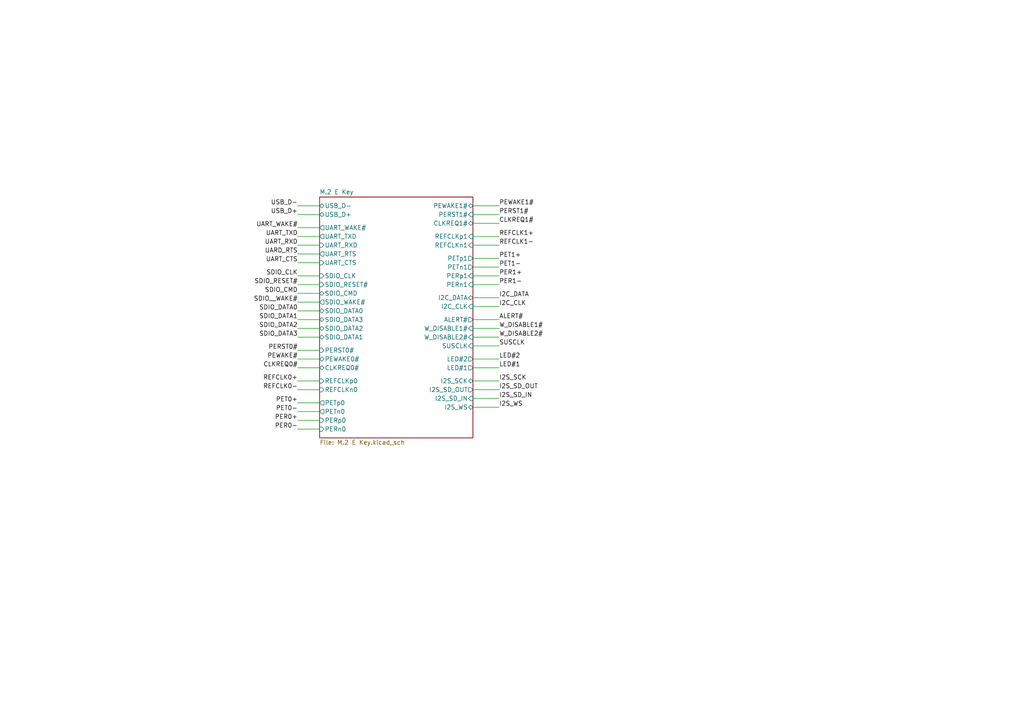
<source format=kicad_sch>
(kicad_sch
	(version 20250114)
	(generator "eeschema")
	(generator_version "9.0")
	(uuid "2eb16b5c-1f76-4937-a79c-88998ef8d219")
	(paper "A4")
	(lib_symbols)
	(wire
		(pts
			(xy 86.36 71.12) (xy 92.71 71.12)
		)
		(stroke
			(width 0)
			(type default)
		)
		(uuid "020a67de-6cb3-43be-9823-e3fd4e39e600")
	)
	(wire
		(pts
			(xy 86.36 73.66) (xy 92.71 73.66)
		)
		(stroke
			(width 0)
			(type default)
		)
		(uuid "03bca1f8-c5b7-4aeb-b21d-f546f83e2e2f")
	)
	(wire
		(pts
			(xy 137.16 92.71) (xy 144.78 92.71)
		)
		(stroke
			(width 0)
			(type default)
		)
		(uuid "04f8e32a-40dd-4ada-942e-c98ae0c65e8b")
	)
	(wire
		(pts
			(xy 137.16 118.11) (xy 144.78 118.11)
		)
		(stroke
			(width 0)
			(type default)
		)
		(uuid "05670863-7ed0-4ef4-8ef3-a5bb51f04a50")
	)
	(wire
		(pts
			(xy 137.16 59.69) (xy 144.78 59.69)
		)
		(stroke
			(width 0)
			(type default)
		)
		(uuid "188ad7f3-406c-4a48-8ae5-d5bf72e18647")
	)
	(wire
		(pts
			(xy 137.16 74.93) (xy 144.78 74.93)
		)
		(stroke
			(width 0)
			(type default)
		)
		(uuid "202784c7-c5a5-4cce-99bf-d5017e5faa13")
	)
	(wire
		(pts
			(xy 86.36 121.92) (xy 92.71 121.92)
		)
		(stroke
			(width 0)
			(type default)
		)
		(uuid "23c091b5-1e32-41a3-b2b1-993b91b86ebe")
	)
	(wire
		(pts
			(xy 86.36 66.04) (xy 92.71 66.04)
		)
		(stroke
			(width 0)
			(type default)
		)
		(uuid "2691faee-3b89-4910-bbee-c081a8c9b5b9")
	)
	(wire
		(pts
			(xy 86.36 119.38) (xy 92.71 119.38)
		)
		(stroke
			(width 0)
			(type default)
		)
		(uuid "2a634898-b73e-4011-8dbc-1be92b214c6a")
	)
	(wire
		(pts
			(xy 137.16 95.25) (xy 144.78 95.25)
		)
		(stroke
			(width 0)
			(type default)
		)
		(uuid "2c9bf701-9f55-417c-a34b-1e3a0dbf3d1c")
	)
	(wire
		(pts
			(xy 137.16 64.77) (xy 144.78 64.77)
		)
		(stroke
			(width 0)
			(type default)
		)
		(uuid "3346097f-01f6-417d-9601-7cb9793b91b5")
	)
	(wire
		(pts
			(xy 137.16 110.49) (xy 144.78 110.49)
		)
		(stroke
			(width 0)
			(type default)
		)
		(uuid "36b159cb-f00b-47fb-b644-ba9898128e46")
	)
	(wire
		(pts
			(xy 137.16 97.79) (xy 144.78 97.79)
		)
		(stroke
			(width 0)
			(type default)
		)
		(uuid "38b3e483-77f2-4bc8-a488-b6563209741b")
	)
	(wire
		(pts
			(xy 86.36 76.2) (xy 92.71 76.2)
		)
		(stroke
			(width 0)
			(type default)
		)
		(uuid "46bd04e2-8106-4600-8d83-6b746a6a9424")
	)
	(wire
		(pts
			(xy 137.16 77.47) (xy 144.78 77.47)
		)
		(stroke
			(width 0)
			(type default)
		)
		(uuid "48273aa0-4020-4b24-b34c-4800bc42fe07")
	)
	(wire
		(pts
			(xy 86.36 97.79) (xy 92.71 97.79)
		)
		(stroke
			(width 0)
			(type default)
		)
		(uuid "55c2cc21-d969-4283-bec7-6467443695c8")
	)
	(wire
		(pts
			(xy 137.16 104.14) (xy 144.78 104.14)
		)
		(stroke
			(width 0)
			(type default)
		)
		(uuid "63e9fd4a-55fa-471b-9218-d884898f5638")
	)
	(wire
		(pts
			(xy 137.16 71.12) (xy 144.78 71.12)
		)
		(stroke
			(width 0)
			(type default)
		)
		(uuid "65cfc91b-86be-4abc-854a-0656acfbfaef")
	)
	(wire
		(pts
			(xy 137.16 106.68) (xy 144.78 106.68)
		)
		(stroke
			(width 0)
			(type default)
		)
		(uuid "6a1b7c0b-ae86-40e4-94b9-dede95bd4835")
	)
	(wire
		(pts
			(xy 86.36 101.6) (xy 92.71 101.6)
		)
		(stroke
			(width 0)
			(type default)
		)
		(uuid "6b846997-3582-4fd4-b502-a49a195d8228")
	)
	(wire
		(pts
			(xy 86.36 95.25) (xy 92.71 95.25)
		)
		(stroke
			(width 0)
			(type default)
		)
		(uuid "71561b5c-1ffd-4370-a5f7-c4f12c734189")
	)
	(wire
		(pts
			(xy 86.36 82.55) (xy 92.71 82.55)
		)
		(stroke
			(width 0)
			(type default)
		)
		(uuid "7a6ed615-22ae-4571-8643-f87e3af347c6")
	)
	(wire
		(pts
			(xy 137.16 68.58) (xy 144.78 68.58)
		)
		(stroke
			(width 0)
			(type default)
		)
		(uuid "7c7cf1d1-6ed9-4232-b1a3-84bf2972a6c5")
	)
	(wire
		(pts
			(xy 137.16 115.57) (xy 144.78 115.57)
		)
		(stroke
			(width 0)
			(type default)
		)
		(uuid "7f07c83e-2b7a-40e9-a416-7bf43c3817fe")
	)
	(wire
		(pts
			(xy 86.36 113.03) (xy 92.71 113.03)
		)
		(stroke
			(width 0)
			(type default)
		)
		(uuid "829e2e05-48ea-4b6f-b871-a1594233d67c")
	)
	(wire
		(pts
			(xy 137.16 113.03) (xy 144.78 113.03)
		)
		(stroke
			(width 0)
			(type default)
		)
		(uuid "89953419-d634-4acf-bcf9-2d822f9acae4")
	)
	(wire
		(pts
			(xy 137.16 100.33) (xy 144.78 100.33)
		)
		(stroke
			(width 0)
			(type default)
		)
		(uuid "935d2c4f-7467-449c-bd9e-f26eb11405ea")
	)
	(wire
		(pts
			(xy 86.36 59.69) (xy 92.71 59.69)
		)
		(stroke
			(width 0)
			(type default)
		)
		(uuid "99f9d5b8-ee83-4bed-96a4-1bcca8297af5")
	)
	(wire
		(pts
			(xy 137.16 80.01) (xy 144.78 80.01)
		)
		(stroke
			(width 0)
			(type default)
		)
		(uuid "9dc932bd-394e-4664-8460-cf7729459634")
	)
	(wire
		(pts
			(xy 86.36 80.01) (xy 92.71 80.01)
		)
		(stroke
			(width 0)
			(type default)
		)
		(uuid "9e900947-2168-43b3-a17d-ed34e97689d1")
	)
	(wire
		(pts
			(xy 86.36 92.71) (xy 92.71 92.71)
		)
		(stroke
			(width 0)
			(type default)
		)
		(uuid "afa958a1-3ddd-42a1-90b5-3d64c81805a1")
	)
	(wire
		(pts
			(xy 137.16 86.36) (xy 144.78 86.36)
		)
		(stroke
			(width 0)
			(type default)
		)
		(uuid "afe38f15-7a3a-44e5-981d-d8f14a886cb5")
	)
	(wire
		(pts
			(xy 137.16 82.55) (xy 144.78 82.55)
		)
		(stroke
			(width 0)
			(type default)
		)
		(uuid "c3f3c29e-4abc-4e55-b7ee-6cfd6c987829")
	)
	(wire
		(pts
			(xy 86.36 106.68) (xy 92.71 106.68)
		)
		(stroke
			(width 0)
			(type default)
		)
		(uuid "cbe959b5-8a63-49da-a09c-c761d282f628")
	)
	(wire
		(pts
			(xy 86.36 116.84) (xy 92.71 116.84)
		)
		(stroke
			(width 0)
			(type default)
		)
		(uuid "cd180b64-8f95-44d9-9aab-11214a5648e9")
	)
	(wire
		(pts
			(xy 86.36 87.63) (xy 92.71 87.63)
		)
		(stroke
			(width 0)
			(type default)
		)
		(uuid "ceae2e75-81d4-4ada-a065-73c5b0bbb4e5")
	)
	(wire
		(pts
			(xy 86.36 62.23) (xy 92.71 62.23)
		)
		(stroke
			(width 0)
			(type default)
		)
		(uuid "e012c22c-6088-406d-9826-e45a724f431e")
	)
	(wire
		(pts
			(xy 86.36 85.09) (xy 92.71 85.09)
		)
		(stroke
			(width 0)
			(type default)
		)
		(uuid "e0f8ab67-03ef-435a-8008-71385523eb55")
	)
	(wire
		(pts
			(xy 137.16 62.23) (xy 144.78 62.23)
		)
		(stroke
			(width 0)
			(type default)
		)
		(uuid "eb54768b-8802-445a-8831-7a16955e08fd")
	)
	(wire
		(pts
			(xy 137.16 88.9) (xy 144.78 88.9)
		)
		(stroke
			(width 0)
			(type default)
		)
		(uuid "f4a1996d-fd94-49c4-8490-3302b42a4c8e")
	)
	(wire
		(pts
			(xy 86.36 68.58) (xy 92.71 68.58)
		)
		(stroke
			(width 0)
			(type default)
		)
		(uuid "f4b84f38-18f8-4fa0-b00c-0aa67540d8e9")
	)
	(wire
		(pts
			(xy 86.36 124.46) (xy 92.71 124.46)
		)
		(stroke
			(width 0)
			(type default)
		)
		(uuid "f647622f-aa42-4e4e-913d-ed3dbafe9b05")
	)
	(wire
		(pts
			(xy 86.36 110.49) (xy 92.71 110.49)
		)
		(stroke
			(width 0)
			(type default)
		)
		(uuid "f81eb84e-7720-43c6-bfbf-2bafc562c911")
	)
	(wire
		(pts
			(xy 86.36 104.14) (xy 92.71 104.14)
		)
		(stroke
			(width 0)
			(type default)
		)
		(uuid "fafbb61d-5a8c-40e9-981b-093d88bee835")
	)
	(wire
		(pts
			(xy 86.36 90.17) (xy 92.71 90.17)
		)
		(stroke
			(width 0)
			(type default)
		)
		(uuid "ff341c7c-acfe-4127-98d1-1bde88196422")
	)
	(label "PER1-"
		(at 144.78 82.55 0)
		(effects
			(font
				(size 1.27 1.27)
			)
			(justify left bottom)
		)
		(uuid "01b4b485-86e3-4625-847a-b548297985d9")
	)
	(label "PET1-"
		(at 144.78 77.47 0)
		(effects
			(font
				(size 1.27 1.27)
			)
			(justify left bottom)
		)
		(uuid "048255ca-5a1c-4e4d-8e49-dc06c54a2ae2")
	)
	(label "ALERT#"
		(at 144.78 92.71 0)
		(effects
			(font
				(size 1.27 1.27)
			)
			(justify left bottom)
		)
		(uuid "0ee1ebcc-f0e3-4676-a1e2-f60abdbca5c0")
	)
	(label "PER0-"
		(at 86.36 124.46 180)
		(effects
			(font
				(size 1.27 1.27)
			)
			(justify right bottom)
		)
		(uuid "14d1823e-aace-4f18-8bf4-e18a8fa65004")
	)
	(label "I2S_SD_IN"
		(at 144.78 115.57 0)
		(effects
			(font
				(size 1.27 1.27)
			)
			(justify left bottom)
		)
		(uuid "16269918-3878-4d10-be7b-37d897302456")
	)
	(label "I2S_SCK"
		(at 144.78 110.49 0)
		(effects
			(font
				(size 1.27 1.27)
			)
			(justify left bottom)
		)
		(uuid "184ee608-4684-40f4-b345-de97512bd22d")
	)
	(label "SDIO_CMD"
		(at 86.36 85.09 180)
		(effects
			(font
				(size 1.27 1.27)
			)
			(justify right bottom)
		)
		(uuid "1871b0eb-dcfb-4e63-b747-70e86d0dcbb3")
	)
	(label "PET0+"
		(at 86.36 116.84 180)
		(effects
			(font
				(size 1.27 1.27)
			)
			(justify right bottom)
		)
		(uuid "1c02d801-4f5a-4674-ac0e-93db495c5e7d")
	)
	(label "LED#1"
		(at 144.78 106.68 0)
		(effects
			(font
				(size 1.27 1.27)
			)
			(justify left bottom)
		)
		(uuid "210ade33-c72e-44de-960a-16b528f0f1e0")
	)
	(label "UART_CTS"
		(at 86.36 76.2 180)
		(effects
			(font
				(size 1.27 1.27)
			)
			(justify right bottom)
		)
		(uuid "33b4c5e4-17f5-4ca9-a4f7-8df0c6ed51f9")
	)
	(label "W_DISABLE2#"
		(at 144.78 97.79 0)
		(effects
			(font
				(size 1.27 1.27)
			)
			(justify left bottom)
		)
		(uuid "352c9350-37d4-48f8-86dc-751d280786c9")
	)
	(label "I2S_WS"
		(at 144.78 118.11 0)
		(effects
			(font
				(size 1.27 1.27)
			)
			(justify left bottom)
		)
		(uuid "3b6ab9fd-30ec-443c-bb29-4ce80e112aaf")
	)
	(label "SDIO_DATA0"
		(at 86.36 90.17 180)
		(effects
			(font
				(size 1.27 1.27)
			)
			(justify right bottom)
		)
		(uuid "42eac68b-d797-4b1c-b5af-e7151a03c868")
	)
	(label "SDIO_RESET#"
		(at 86.36 82.55 180)
		(effects
			(font
				(size 1.27 1.27)
			)
			(justify right bottom)
		)
		(uuid "44d7f0bb-ebe6-459e-b999-7901e4e2cafb")
	)
	(label "USB_D+"
		(at 86.36 62.23 180)
		(effects
			(font
				(size 1.27 1.27)
			)
			(justify right bottom)
		)
		(uuid "4e4d4e60-dacf-4040-b050-9ebed5e3fecf")
	)
	(label "PEWAKE1#"
		(at 144.78 59.69 0)
		(effects
			(font
				(size 1.27 1.27)
			)
			(justify left bottom)
		)
		(uuid "4eadc58f-5478-4ad8-8aec-ba205454f5ae")
	)
	(label "UART_TXD"
		(at 86.36 68.58 180)
		(effects
			(font
				(size 1.27 1.27)
			)
			(justify right bottom)
		)
		(uuid "5455bca4-c00f-42a7-8fef-6920e744ca88")
	)
	(label "REFCLK0-"
		(at 86.36 113.03 180)
		(effects
			(font
				(size 1.27 1.27)
			)
			(justify right bottom)
		)
		(uuid "594e41a3-0937-4689-bc92-8eacf9c063eb")
	)
	(label "I2S_SD_OUT"
		(at 144.78 113.03 0)
		(effects
			(font
				(size 1.27 1.27)
			)
			(justify left bottom)
		)
		(uuid "5abafa62-faed-46b6-adc9-5b8f75eb0a45")
	)
	(label "PET0-"
		(at 86.36 119.38 180)
		(effects
			(font
				(size 1.27 1.27)
			)
			(justify right bottom)
		)
		(uuid "684bedd1-6f75-42e2-ad40-7ad951d4d51c")
	)
	(label "SDIO_DATA2"
		(at 86.36 95.25 180)
		(effects
			(font
				(size 1.27 1.27)
			)
			(justify right bottom)
		)
		(uuid "6a0c938b-6916-4fbb-bc05-ba092ea2787c")
	)
	(label "PEWAKE#"
		(at 86.36 104.14 180)
		(effects
			(font
				(size 1.27 1.27)
			)
			(justify right bottom)
		)
		(uuid "6c3c58b2-d11f-4686-add7-6ba8da086088")
	)
	(label "W_DISABLE1#"
		(at 144.78 95.25 0)
		(effects
			(font
				(size 1.27 1.27)
			)
			(justify left bottom)
		)
		(uuid "6dfee52e-ba0e-4c28-9b81-2920ca2f9f7b")
	)
	(label "PERST1#"
		(at 144.78 62.23 0)
		(effects
			(font
				(size 1.27 1.27)
			)
			(justify left bottom)
		)
		(uuid "75e6d06d-018e-4cc8-befb-5da6347371e1")
	)
	(label "SUSCLK"
		(at 144.78 100.33 0)
		(effects
			(font
				(size 1.27 1.27)
			)
			(justify left bottom)
		)
		(uuid "781c52ab-34ea-43fd-aa06-9d1f87fca3da")
	)
	(label "CLKREQ1#"
		(at 144.78 64.77 0)
		(effects
			(font
				(size 1.27 1.27)
			)
			(justify left bottom)
		)
		(uuid "8498417d-50fe-4ea0-8de0-cc9a1ec02bc9")
	)
	(label "I2C_CLK"
		(at 144.78 88.9 0)
		(effects
			(font
				(size 1.27 1.27)
			)
			(justify left bottom)
		)
		(uuid "84f8522b-9245-49e5-bf6d-fb73725109bf")
	)
	(label "PER0+"
		(at 86.36 121.92 180)
		(effects
			(font
				(size 1.27 1.27)
			)
			(justify right bottom)
		)
		(uuid "87e2a930-4aaa-4936-8a7e-4060190aecb3")
	)
	(label "SDIO__WAKE#"
		(at 86.36 87.63 180)
		(effects
			(font
				(size 1.27 1.27)
			)
			(justify right bottom)
		)
		(uuid "8ac4273c-bee6-466a-ae1b-64533063b7a3")
	)
	(label "PER1+"
		(at 144.78 80.01 0)
		(effects
			(font
				(size 1.27 1.27)
			)
			(justify left bottom)
		)
		(uuid "8c99ecd8-b7b7-4ff8-90db-858739f8e279")
	)
	(label "SDIO_CLK"
		(at 86.36 80.01 180)
		(effects
			(font
				(size 1.27 1.27)
			)
			(justify right bottom)
		)
		(uuid "9c74819f-ef4f-44af-b2c0-609991b7df6a")
	)
	(label "REFCLK1-"
		(at 144.78 71.12 0)
		(effects
			(font
				(size 1.27 1.27)
			)
			(justify left bottom)
		)
		(uuid "a43ffa7f-3c6c-42d2-bb9f-7259836baaa2")
	)
	(label "REFCLK1+"
		(at 144.78 68.58 0)
		(effects
			(font
				(size 1.27 1.27)
			)
			(justify left bottom)
		)
		(uuid "aca9da09-b607-4594-b779-31578561bdf4")
	)
	(label "SDIO_DATA1"
		(at 86.36 92.71 180)
		(effects
			(font
				(size 1.27 1.27)
			)
			(justify right bottom)
		)
		(uuid "af1e2a97-f319-42c4-8988-ab481dbe2bbc")
	)
	(label "USB_D-"
		(at 86.36 59.69 180)
		(effects
			(font
				(size 1.27 1.27)
			)
			(justify right bottom)
		)
		(uuid "b62297ca-1caa-484c-8658-8d6b8cafb93a")
	)
	(label "I2C_DATA"
		(at 144.78 86.36 0)
		(effects
			(font
				(size 1.27 1.27)
			)
			(justify left bottom)
		)
		(uuid "b802764f-20af-4b9e-a313-71fe38ad7b33")
	)
	(label "UART_WAKE#"
		(at 86.36 66.04 180)
		(effects
			(font
				(size 1.27 1.27)
			)
			(justify right bottom)
		)
		(uuid "bbde4d15-e0cd-4fa0-8111-f5f7a3aacf39")
	)
	(label "SDIO_DATA3"
		(at 86.36 97.79 180)
		(effects
			(font
				(size 1.27 1.27)
			)
			(justify right bottom)
		)
		(uuid "c74c645e-d24a-48e7-8284-38a58862054f")
	)
	(label "UARD_RTS"
		(at 86.36 73.66 180)
		(effects
			(font
				(size 1.27 1.27)
			)
			(justify right bottom)
		)
		(uuid "c918af79-c8b6-4d77-b31d-a105b1879777")
	)
	(label "UART_RXD"
		(at 86.36 71.12 180)
		(effects
			(font
				(size 1.27 1.27)
			)
			(justify right bottom)
		)
		(uuid "c97305b3-bb85-417b-b8b4-7137d4d231da")
	)
	(label "CLKREQ0#"
		(at 86.36 106.68 180)
		(effects
			(font
				(size 1.27 1.27)
			)
			(justify right bottom)
		)
		(uuid "e387138a-a335-456b-b085-70d8b6724992")
	)
	(label "PERST0#"
		(at 86.36 101.6 180)
		(effects
			(font
				(size 1.27 1.27)
			)
			(justify right bottom)
		)
		(uuid "e996f016-17d2-4478-ab37-94cd3d9ba4d4")
	)
	(label "PET1+"
		(at 144.78 74.93 0)
		(effects
			(font
				(size 1.27 1.27)
			)
			(justify left bottom)
		)
		(uuid "ec8d63e1-3480-463f-b669-b5d4d8504cf1")
	)
	(label "LED#2"
		(at 144.78 104.14 0)
		(effects
			(font
				(size 1.27 1.27)
			)
			(justify left bottom)
		)
		(uuid "f510fd60-e4f4-4c61-a275-9fc0734bbeb0")
	)
	(label "REFCLK0+"
		(at 86.36 110.49 180)
		(effects
			(font
				(size 1.27 1.27)
			)
			(justify right bottom)
		)
		(uuid "fdd3ad80-1f6f-40ec-bafc-ecd7207f9df2")
	)
	(sheet
		(at 92.71 57.15)
		(size 44.45 69.85)
		(exclude_from_sim no)
		(in_bom yes)
		(on_board yes)
		(dnp no)
		(fields_autoplaced yes)
		(stroke
			(width 0.1524)
			(type solid)
		)
		(fill
			(color 0 0 0 0.0000)
		)
		(uuid "3138746b-896d-4258-adca-d115110f81ed")
		(property "Sheetname" "M.2 E Key"
			(at 92.71 56.4384 0)
			(effects
				(font
					(size 1.27 1.27)
				)
				(justify left bottom)
			)
		)
		(property "Sheetfile" "M.2 E Key.kicad_sch"
			(at 92.71 127.5846 0)
			(effects
				(font
					(size 1.27 1.27)
				)
				(justify left top)
			)
		)
		(pin "USB_D-" bidirectional
			(at 92.71 59.69 180)
			(uuid "e852f843-4e0f-434f-9c5f-6d5d203f7a79")
			(effects
				(font
					(size 1.27 1.27)
				)
				(justify left)
			)
		)
		(pin "USB_D+" bidirectional
			(at 92.71 62.23 180)
			(uuid "20c0f3a0-9723-4b85-91be-bf7996442260")
			(effects
				(font
					(size 1.27 1.27)
				)
				(justify left)
			)
		)
		(pin "UART_WAKE#" output
			(at 92.71 66.04 180)
			(uuid "d1613df2-4f63-46a7-bf7c-9c09f37bb29d")
			(effects
				(font
					(size 1.27 1.27)
				)
				(justify left)
			)
		)
		(pin "UART_TXD" output
			(at 92.71 68.58 180)
			(uuid "dee981d3-b16c-4736-a427-415503bf5a16")
			(effects
				(font
					(size 1.27 1.27)
				)
				(justify left)
			)
		)
		(pin "UART_RTS" output
			(at 92.71 73.66 180)
			(uuid "eb6ec64f-6a5b-4dec-a0ed-a6ce632ffec9")
			(effects
				(font
					(size 1.27 1.27)
				)
				(justify left)
			)
		)
		(pin "UART_RXD" input
			(at 92.71 71.12 180)
			(uuid "f04e9401-6105-492d-87dd-4e1a4f369405")
			(effects
				(font
					(size 1.27 1.27)
				)
				(justify left)
			)
		)
		(pin "UART_CTS" input
			(at 92.71 76.2 180)
			(uuid "7d477666-082d-48cc-b99c-89ff10abb9b7")
			(effects
				(font
					(size 1.27 1.27)
				)
				(justify left)
			)
		)
		(pin "SDIO_CLK" input
			(at 92.71 80.01 180)
			(uuid "63fe7fce-7fc3-4814-ab81-4f868e59bae0")
			(effects
				(font
					(size 1.27 1.27)
				)
				(justify left)
			)
		)
		(pin "SDIO_RESET#" input
			(at 92.71 82.55 180)
			(uuid "3e71a277-7eb8-40b6-998f-269daf750673")
			(effects
				(font
					(size 1.27 1.27)
				)
				(justify left)
			)
		)
		(pin "SDIO_CMD" bidirectional
			(at 92.71 85.09 180)
			(uuid "3e416d25-f040-4332-ba2c-9d4d804f9a71")
			(effects
				(font
					(size 1.27 1.27)
				)
				(justify left)
			)
		)
		(pin "SDIO_WAKE#" output
			(at 92.71 87.63 180)
			(uuid "17250039-b7b1-42f4-8807-c9e560a809c3")
			(effects
				(font
					(size 1.27 1.27)
				)
				(justify left)
			)
		)
		(pin "SDIO_DATA0" bidirectional
			(at 92.71 90.17 180)
			(uuid "69e08624-1163-4cc9-a0dc-554f1dd16a91")
			(effects
				(font
					(size 1.27 1.27)
				)
				(justify left)
			)
		)
		(pin "SDIO_DATA3" bidirectional
			(at 92.71 92.71 180)
			(uuid "ac2848ac-4d4d-4cf5-b938-b9d7fcc7907c")
			(effects
				(font
					(size 1.27 1.27)
				)
				(justify left)
			)
		)
		(pin "SDIO_DATA2" bidirectional
			(at 92.71 95.25 180)
			(uuid "1911c2a4-7d93-488f-9ddd-225b4b89794b")
			(effects
				(font
					(size 1.27 1.27)
				)
				(justify left)
			)
		)
		(pin "SDIO_DATA1" bidirectional
			(at 92.71 97.79 180)
			(uuid "8f7e03e5-b2f9-4d1b-a5ee-b92077cc9e1a")
			(effects
				(font
					(size 1.27 1.27)
				)
				(justify left)
			)
		)
		(pin "PERST0#" input
			(at 92.71 101.6 180)
			(uuid "1c966cd1-c9a0-4178-a329-4abbcd8c1d55")
			(effects
				(font
					(size 1.27 1.27)
				)
				(justify left)
			)
		)
		(pin "PEWAKE0#" bidirectional
			(at 92.71 104.14 180)
			(uuid "6e409e23-5a27-47ca-8b0c-030fadc69e71")
			(effects
				(font
					(size 1.27 1.27)
				)
				(justify left)
			)
		)
		(pin "CLKREQ0#" bidirectional
			(at 92.71 106.68 180)
			(uuid "ad14e510-6956-4804-ba95-d32a76888354")
			(effects
				(font
					(size 1.27 1.27)
				)
				(justify left)
			)
		)
		(pin "REFCLKp0" input
			(at 92.71 110.49 180)
			(uuid "bcc6e978-6346-4f5f-9801-f27e1eb8d925")
			(effects
				(font
					(size 1.27 1.27)
				)
				(justify left)
			)
		)
		(pin "REFCLKn0" input
			(at 92.71 113.03 180)
			(uuid "c2b06ce4-9562-4a1a-b984-24d925a0f1c9")
			(effects
				(font
					(size 1.27 1.27)
				)
				(justify left)
			)
		)
		(pin "PETn0" output
			(at 92.71 119.38 180)
			(uuid "7ea4f83d-afd3-433d-bbc7-fa86faa3ae22")
			(effects
				(font
					(size 1.27 1.27)
				)
				(justify left)
			)
		)
		(pin "PETp0" output
			(at 92.71 116.84 180)
			(uuid "347345eb-3e1f-4ccb-8ee6-dcb4870ae69d")
			(effects
				(font
					(size 1.27 1.27)
				)
				(justify left)
			)
		)
		(pin "PERn0" input
			(at 92.71 124.46 180)
			(uuid "aa69f2c5-4ef9-412b-9df3-7a86ac16511e")
			(effects
				(font
					(size 1.27 1.27)
				)
				(justify left)
			)
		)
		(pin "PERp0" input
			(at 92.71 121.92 180)
			(uuid "d195a94f-1f7b-43f1-b2ef-9ee3c741284c")
			(effects
				(font
					(size 1.27 1.27)
				)
				(justify left)
			)
		)
		(pin "PEWAKE1#" bidirectional
			(at 137.16 59.69 0)
			(uuid "565d74b1-f6f0-4c8b-a821-b571f690937a")
			(effects
				(font
					(size 1.27 1.27)
				)
				(justify right)
			)
		)
		(pin "PERST1#" input
			(at 137.16 62.23 0)
			(uuid "0e4de9b4-5f4a-4bc8-8c51-ccbd31f778d8")
			(effects
				(font
					(size 1.27 1.27)
				)
				(justify right)
			)
		)
		(pin "CLKREQ1#" bidirectional
			(at 137.16 64.77 0)
			(uuid "6b59c57a-a757-4361-bb22-fa56857d7e69")
			(effects
				(font
					(size 1.27 1.27)
				)
				(justify right)
			)
		)
		(pin "REFCLKn1" input
			(at 137.16 71.12 0)
			(uuid "b5acf365-85c5-45c8-9cfd-c21db9364730")
			(effects
				(font
					(size 1.27 1.27)
				)
				(justify right)
			)
		)
		(pin "REFCLKp1" input
			(at 137.16 68.58 0)
			(uuid "7d31a484-ffc6-4968-b993-7606026cddaf")
			(effects
				(font
					(size 1.27 1.27)
				)
				(justify right)
			)
		)
		(pin "PETn1" output
			(at 137.16 77.47 0)
			(uuid "ef37e50c-647d-4406-a27d-f4fbc54cc1ba")
			(effects
				(font
					(size 1.27 1.27)
				)
				(justify right)
			)
		)
		(pin "PETp1" output
			(at 137.16 74.93 0)
			(uuid "eac3b5d8-8f22-41ee-b6c1-b71967a7ddc2")
			(effects
				(font
					(size 1.27 1.27)
				)
				(justify right)
			)
		)
		(pin "PERp1" input
			(at 137.16 80.01 0)
			(uuid "8113c299-3f28-4276-a350-962ca0a01326")
			(effects
				(font
					(size 1.27 1.27)
				)
				(justify right)
			)
		)
		(pin "PERn1" input
			(at 137.16 82.55 0)
			(uuid "0dcd76c4-eefa-4dcf-afa6-161c5fe8e9e2")
			(effects
				(font
					(size 1.27 1.27)
				)
				(justify right)
			)
		)
		(pin "I2C_DATA" bidirectional
			(at 137.16 86.36 0)
			(uuid "fd6aa750-ac9b-4290-8b2e-605351b207a0")
			(effects
				(font
					(size 1.27 1.27)
				)
				(justify right)
			)
		)
		(pin "I2C_CLK" input
			(at 137.16 88.9 0)
			(uuid "5a081532-4b50-46d6-9a15-11f106fd36a5")
			(effects
				(font
					(size 1.27 1.27)
				)
				(justify right)
			)
		)
		(pin "ALERT#" output
			(at 137.16 92.71 0)
			(uuid "5c4d9000-fe53-457c-bcdf-fc0b28ba8409")
			(effects
				(font
					(size 1.27 1.27)
				)
				(justify right)
			)
		)
		(pin "W_DISABLE1#" input
			(at 137.16 95.25 0)
			(uuid "d6e6f560-ed70-4115-b544-f8814f047c8d")
			(effects
				(font
					(size 1.27 1.27)
				)
				(justify right)
			)
		)
		(pin "SUSCLK" input
			(at 137.16 100.33 0)
			(uuid "6b14ede7-a9ff-48db-a9cb-53aaf1570bee")
			(effects
				(font
					(size 1.27 1.27)
				)
				(justify right)
			)
		)
		(pin "W_DISABLE2#" input
			(at 137.16 97.79 0)
			(uuid "5c9526f0-0536-413d-beb7-d280f4010367")
			(effects
				(font
					(size 1.27 1.27)
				)
				(justify right)
			)
		)
		(pin "LED#2" output
			(at 137.16 104.14 0)
			(uuid "bdee1d25-cc90-4ddd-9f26-cfc273ee63f0")
			(effects
				(font
					(size 1.27 1.27)
				)
				(justify right)
			)
		)
		(pin "LED#1" output
			(at 137.16 106.68 0)
			(uuid "9c5dea06-84ba-4c49-a02e-7386ad086268")
			(effects
				(font
					(size 1.27 1.27)
				)
				(justify right)
			)
		)
		(pin "I2S_SCK" bidirectional
			(at 137.16 110.49 0)
			(uuid "b25ef77a-524d-420e-9e7f-60c3276da17f")
			(effects
				(font
					(size 1.27 1.27)
				)
				(justify right)
			)
		)
		(pin "I2S_SD_OUT" output
			(at 137.16 113.03 0)
			(uuid "79c64938-4b38-4399-9005-f3554a968ad1")
			(effects
				(font
					(size 1.27 1.27)
				)
				(justify right)
			)
		)
		(pin "I2S_WS" bidirectional
			(at 137.16 118.11 0)
			(uuid "bcee9a1d-9cf5-47b2-b5e2-64d64b281ca1")
			(effects
				(font
					(size 1.27 1.27)
				)
				(justify right)
			)
		)
		(pin "I2S_SD_IN" input
			(at 137.16 115.57 0)
			(uuid "36290a34-336c-4633-8f31-127b8cf8f2a0")
			(effects
				(font
					(size 1.27 1.27)
				)
				(justify right)
			)
		)
		(instances
			(project "M.2 E Key 2242"
				(path "/2eb16b5c-1f76-4937-a79c-88998ef8d219"
					(page "2")
				)
			)
		)
	)
	(sheet_instances
		(path "/"
			(page "1")
		)
	)
	(embedded_fonts no)
)

</source>
